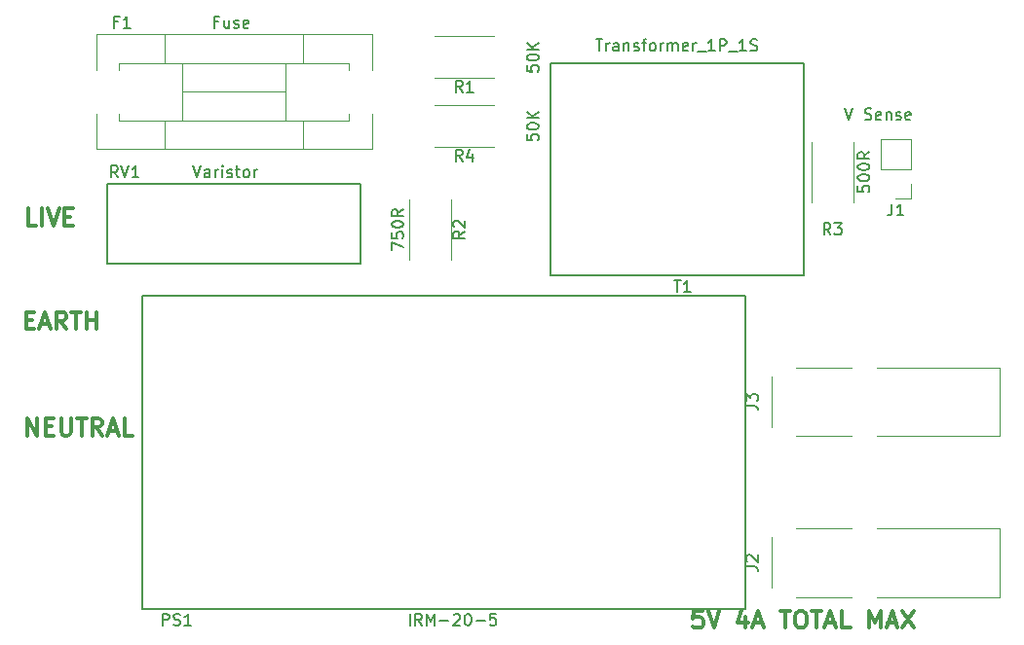
<source format=gbr>
G04 #@! TF.FileFunction,Legend,Top*
%FSLAX46Y46*%
G04 Gerber Fmt 4.6, Leading zero omitted, Abs format (unit mm)*
G04 Created by KiCad (PCBNEW 4.0.7) date 08/27/18 20:28:57*
%MOMM*%
%LPD*%
G01*
G04 APERTURE LIST*
%ADD10C,0.100000*%
%ADD11C,0.300000*%
%ADD12C,0.150000*%
%ADD13C,0.200000*%
%ADD14C,0.120000*%
G04 APERTURE END LIST*
D10*
D11*
X74928572Y-76892857D02*
X75428572Y-76892857D01*
X75642858Y-77678571D02*
X74928572Y-77678571D01*
X74928572Y-76178571D01*
X75642858Y-76178571D01*
X76214286Y-77250000D02*
X76928572Y-77250000D01*
X76071429Y-77678571D02*
X76571429Y-76178571D01*
X77071429Y-77678571D01*
X78428572Y-77678571D02*
X77928572Y-76964286D01*
X77571429Y-77678571D02*
X77571429Y-76178571D01*
X78142857Y-76178571D01*
X78285715Y-76250000D01*
X78357143Y-76321429D01*
X78428572Y-76464286D01*
X78428572Y-76678571D01*
X78357143Y-76821429D01*
X78285715Y-76892857D01*
X78142857Y-76964286D01*
X77571429Y-76964286D01*
X78857143Y-76178571D02*
X79714286Y-76178571D01*
X79285715Y-77678571D02*
X79285715Y-76178571D01*
X80214286Y-77678571D02*
X80214286Y-76178571D01*
X80214286Y-76892857D02*
X81071429Y-76892857D01*
X81071429Y-77678571D02*
X81071429Y-76178571D01*
X75035714Y-86928571D02*
X75035714Y-85428571D01*
X75892857Y-86928571D01*
X75892857Y-85428571D01*
X76607143Y-86142857D02*
X77107143Y-86142857D01*
X77321429Y-86928571D02*
X76607143Y-86928571D01*
X76607143Y-85428571D01*
X77321429Y-85428571D01*
X77964286Y-85428571D02*
X77964286Y-86642857D01*
X78035714Y-86785714D01*
X78107143Y-86857143D01*
X78250000Y-86928571D01*
X78535714Y-86928571D01*
X78678572Y-86857143D01*
X78750000Y-86785714D01*
X78821429Y-86642857D01*
X78821429Y-85428571D01*
X79321429Y-85428571D02*
X80178572Y-85428571D01*
X79750001Y-86928571D02*
X79750001Y-85428571D01*
X81535715Y-86928571D02*
X81035715Y-86214286D01*
X80678572Y-86928571D02*
X80678572Y-85428571D01*
X81250000Y-85428571D01*
X81392858Y-85500000D01*
X81464286Y-85571429D01*
X81535715Y-85714286D01*
X81535715Y-85928571D01*
X81464286Y-86071429D01*
X81392858Y-86142857D01*
X81250000Y-86214286D01*
X80678572Y-86214286D01*
X82107143Y-86500000D02*
X82821429Y-86500000D01*
X81964286Y-86928571D02*
X82464286Y-85428571D01*
X82964286Y-86928571D01*
X84178572Y-86928571D02*
X83464286Y-86928571D01*
X83464286Y-85428571D01*
X75785715Y-68678571D02*
X75071429Y-68678571D01*
X75071429Y-67178571D01*
X76285715Y-68678571D02*
X76285715Y-67178571D01*
X76785715Y-67178571D02*
X77285715Y-68678571D01*
X77785715Y-67178571D01*
X78285715Y-67892857D02*
X78785715Y-67892857D01*
X79000001Y-68678571D02*
X78285715Y-68678571D01*
X78285715Y-67178571D01*
X79000001Y-67178571D01*
X133678573Y-102178571D02*
X132964287Y-102178571D01*
X132892858Y-102892857D01*
X132964287Y-102821429D01*
X133107144Y-102750000D01*
X133464287Y-102750000D01*
X133607144Y-102821429D01*
X133678573Y-102892857D01*
X133750001Y-103035714D01*
X133750001Y-103392857D01*
X133678573Y-103535714D01*
X133607144Y-103607143D01*
X133464287Y-103678571D01*
X133107144Y-103678571D01*
X132964287Y-103607143D01*
X132892858Y-103535714D01*
X134178572Y-102178571D02*
X134678572Y-103678571D01*
X135178572Y-102178571D01*
X137464286Y-102678571D02*
X137464286Y-103678571D01*
X137107143Y-102107143D02*
X136750000Y-103178571D01*
X137678572Y-103178571D01*
X138178571Y-103250000D02*
X138892857Y-103250000D01*
X138035714Y-103678571D02*
X138535714Y-102178571D01*
X139035714Y-103678571D01*
X140464285Y-102178571D02*
X141321428Y-102178571D01*
X140892857Y-103678571D02*
X140892857Y-102178571D01*
X142107142Y-102178571D02*
X142392856Y-102178571D01*
X142535714Y-102250000D01*
X142678571Y-102392857D01*
X142749999Y-102678571D01*
X142749999Y-103178571D01*
X142678571Y-103464286D01*
X142535714Y-103607143D01*
X142392856Y-103678571D01*
X142107142Y-103678571D01*
X141964285Y-103607143D01*
X141821428Y-103464286D01*
X141749999Y-103178571D01*
X141749999Y-102678571D01*
X141821428Y-102392857D01*
X141964285Y-102250000D01*
X142107142Y-102178571D01*
X143178571Y-102178571D02*
X144035714Y-102178571D01*
X143607143Y-103678571D02*
X143607143Y-102178571D01*
X144464285Y-103250000D02*
X145178571Y-103250000D01*
X144321428Y-103678571D02*
X144821428Y-102178571D01*
X145321428Y-103678571D01*
X146535714Y-103678571D02*
X145821428Y-103678571D01*
X145821428Y-102178571D01*
X148178571Y-103678571D02*
X148178571Y-102178571D01*
X148678571Y-103250000D01*
X149178571Y-102178571D01*
X149178571Y-103678571D01*
X149821428Y-103250000D02*
X150535714Y-103250000D01*
X149678571Y-103678571D02*
X150178571Y-102178571D01*
X150678571Y-103678571D01*
X151035714Y-102178571D02*
X152035714Y-103678571D01*
X152035714Y-102178571D02*
X151035714Y-103678571D01*
D12*
X120500000Y-54500000D02*
X142500000Y-54500000D01*
X142500000Y-54500000D02*
X142500000Y-73000000D01*
X142500000Y-73000000D02*
X120500000Y-73000000D01*
X120500000Y-73000000D02*
X120500000Y-54500000D01*
D13*
X137400000Y-74800000D02*
X137400000Y-102000000D01*
X137400000Y-102000000D02*
X85000000Y-102000000D01*
X85000000Y-102000000D02*
X85000000Y-74800000D01*
X85000000Y-74800000D02*
X137400000Y-74800000D01*
D14*
X99000000Y-59500000D02*
X99000000Y-62000000D01*
X99000000Y-52000000D02*
X99000000Y-54500000D01*
X87000000Y-52000000D02*
X87000000Y-54500000D01*
X87000000Y-62000000D02*
X87000000Y-59500000D01*
X97500000Y-57000000D02*
X88500000Y-57000000D01*
X97500000Y-59500000D02*
X97500000Y-54500000D01*
X88500000Y-59500000D02*
X88500000Y-54500000D01*
X83000000Y-58900000D02*
X83000000Y-59500000D01*
X103000000Y-55100000D02*
X103000000Y-54500000D01*
X103000000Y-54500000D02*
X83000000Y-54500000D01*
X83000000Y-54500000D02*
X83000000Y-55100000D01*
X83000000Y-59500000D02*
X103000000Y-59500000D01*
X103000000Y-59500000D02*
X103000000Y-58900000D01*
X81000000Y-58900000D02*
X81000000Y-62000000D01*
X105000000Y-55100000D02*
X105000000Y-52000000D01*
X105000000Y-52000000D02*
X81000000Y-52000000D01*
X81000000Y-52000000D02*
X81000000Y-55100000D01*
X81000000Y-62000000D02*
X105000000Y-62000000D01*
X105000000Y-62000000D02*
X105000000Y-58900000D01*
X151830000Y-61130000D02*
X149170000Y-61130000D01*
X151830000Y-63730000D02*
X151830000Y-61130000D01*
X149170000Y-63730000D02*
X149170000Y-61130000D01*
X151830000Y-63730000D02*
X149170000Y-63730000D01*
X151830000Y-65000000D02*
X151830000Y-66330000D01*
X151830000Y-66330000D02*
X150500000Y-66330000D01*
X148820000Y-101000000D02*
X159500000Y-101000000D01*
X148820000Y-95000000D02*
X159500000Y-95000000D01*
X159500000Y-95000000D02*
X159500000Y-101000000D01*
X146640000Y-95000000D02*
X141820000Y-95000000D01*
X139730000Y-100200000D02*
X139730000Y-95800000D01*
X146640000Y-101000000D02*
X141820000Y-101000000D01*
X148820000Y-87000000D02*
X159500000Y-87000000D01*
X148820000Y-81000000D02*
X159500000Y-81000000D01*
X159500000Y-81000000D02*
X159500000Y-87000000D01*
X146640000Y-81000000D02*
X141820000Y-81000000D01*
X139730000Y-86200000D02*
X139730000Y-81800000D01*
X146640000Y-87000000D02*
X141820000Y-87000000D01*
D12*
X104000000Y-65000000D02*
X82000000Y-65000000D01*
X82000000Y-65000000D02*
X82000000Y-72000000D01*
X82000000Y-72000000D02*
X104000000Y-72000000D01*
X104000000Y-72000000D02*
X104000000Y-65000000D01*
D14*
X110400000Y-58180000D02*
X115600000Y-58180000D01*
X115600000Y-61820000D02*
X110400000Y-61820000D01*
X110400000Y-52180000D02*
X115600000Y-52180000D01*
X115600000Y-55820000D02*
X110400000Y-55820000D01*
X108180000Y-71600000D02*
X108180000Y-66400000D01*
X111820000Y-66400000D02*
X111820000Y-71600000D01*
X146820000Y-61400000D02*
X146820000Y-66600000D01*
X143180000Y-66600000D02*
X143180000Y-61400000D01*
D12*
X131238095Y-73452381D02*
X131809524Y-73452381D01*
X131523809Y-74452381D02*
X131523809Y-73452381D01*
X132666667Y-74452381D02*
X132095238Y-74452381D01*
X132380952Y-74452381D02*
X132380952Y-73452381D01*
X132285714Y-73595238D01*
X132190476Y-73690476D01*
X132095238Y-73738095D01*
X124452380Y-52452381D02*
X125023809Y-52452381D01*
X124738094Y-53452381D02*
X124738094Y-52452381D01*
X125357142Y-53452381D02*
X125357142Y-52785714D01*
X125357142Y-52976190D02*
X125404761Y-52880952D01*
X125452380Y-52833333D01*
X125547618Y-52785714D01*
X125642857Y-52785714D01*
X126404762Y-53452381D02*
X126404762Y-52928571D01*
X126357143Y-52833333D01*
X126261905Y-52785714D01*
X126071428Y-52785714D01*
X125976190Y-52833333D01*
X126404762Y-53404762D02*
X126309524Y-53452381D01*
X126071428Y-53452381D01*
X125976190Y-53404762D01*
X125928571Y-53309524D01*
X125928571Y-53214286D01*
X125976190Y-53119048D01*
X126071428Y-53071429D01*
X126309524Y-53071429D01*
X126404762Y-53023810D01*
X126880952Y-52785714D02*
X126880952Y-53452381D01*
X126880952Y-52880952D02*
X126928571Y-52833333D01*
X127023809Y-52785714D01*
X127166667Y-52785714D01*
X127261905Y-52833333D01*
X127309524Y-52928571D01*
X127309524Y-53452381D01*
X127738095Y-53404762D02*
X127833333Y-53452381D01*
X128023809Y-53452381D01*
X128119048Y-53404762D01*
X128166667Y-53309524D01*
X128166667Y-53261905D01*
X128119048Y-53166667D01*
X128023809Y-53119048D01*
X127880952Y-53119048D01*
X127785714Y-53071429D01*
X127738095Y-52976190D01*
X127738095Y-52928571D01*
X127785714Y-52833333D01*
X127880952Y-52785714D01*
X128023809Y-52785714D01*
X128119048Y-52833333D01*
X128452381Y-52785714D02*
X128833333Y-52785714D01*
X128595238Y-53452381D02*
X128595238Y-52595238D01*
X128642857Y-52500000D01*
X128738095Y-52452381D01*
X128833333Y-52452381D01*
X129309524Y-53452381D02*
X129214286Y-53404762D01*
X129166667Y-53357143D01*
X129119048Y-53261905D01*
X129119048Y-52976190D01*
X129166667Y-52880952D01*
X129214286Y-52833333D01*
X129309524Y-52785714D01*
X129452382Y-52785714D01*
X129547620Y-52833333D01*
X129595239Y-52880952D01*
X129642858Y-52976190D01*
X129642858Y-53261905D01*
X129595239Y-53357143D01*
X129547620Y-53404762D01*
X129452382Y-53452381D01*
X129309524Y-53452381D01*
X130071429Y-53452381D02*
X130071429Y-52785714D01*
X130071429Y-52976190D02*
X130119048Y-52880952D01*
X130166667Y-52833333D01*
X130261905Y-52785714D01*
X130357144Y-52785714D01*
X130690477Y-53452381D02*
X130690477Y-52785714D01*
X130690477Y-52880952D02*
X130738096Y-52833333D01*
X130833334Y-52785714D01*
X130976192Y-52785714D01*
X131071430Y-52833333D01*
X131119049Y-52928571D01*
X131119049Y-53452381D01*
X131119049Y-52928571D02*
X131166668Y-52833333D01*
X131261906Y-52785714D01*
X131404763Y-52785714D01*
X131500001Y-52833333D01*
X131547620Y-52928571D01*
X131547620Y-53452381D01*
X132404763Y-53404762D02*
X132309525Y-53452381D01*
X132119048Y-53452381D01*
X132023810Y-53404762D01*
X131976191Y-53309524D01*
X131976191Y-52928571D01*
X132023810Y-52833333D01*
X132119048Y-52785714D01*
X132309525Y-52785714D01*
X132404763Y-52833333D01*
X132452382Y-52928571D01*
X132452382Y-53023810D01*
X131976191Y-53119048D01*
X132880953Y-53452381D02*
X132880953Y-52785714D01*
X132880953Y-52976190D02*
X132928572Y-52880952D01*
X132976191Y-52833333D01*
X133071429Y-52785714D01*
X133166668Y-52785714D01*
X133261906Y-53547619D02*
X134023811Y-53547619D01*
X134785716Y-53452381D02*
X134214287Y-53452381D01*
X134500001Y-53452381D02*
X134500001Y-52452381D01*
X134404763Y-52595238D01*
X134309525Y-52690476D01*
X134214287Y-52738095D01*
X135214287Y-53452381D02*
X135214287Y-52452381D01*
X135595240Y-52452381D01*
X135690478Y-52500000D01*
X135738097Y-52547619D01*
X135785716Y-52642857D01*
X135785716Y-52785714D01*
X135738097Y-52880952D01*
X135690478Y-52928571D01*
X135595240Y-52976190D01*
X135214287Y-52976190D01*
X135976192Y-53547619D02*
X136738097Y-53547619D01*
X137500002Y-53452381D02*
X136928573Y-53452381D01*
X137214287Y-53452381D02*
X137214287Y-52452381D01*
X137119049Y-52595238D01*
X137023811Y-52690476D01*
X136928573Y-52738095D01*
X137880954Y-53404762D02*
X138023811Y-53452381D01*
X138261907Y-53452381D01*
X138357145Y-53404762D01*
X138404764Y-53357143D01*
X138452383Y-53261905D01*
X138452383Y-53166667D01*
X138404764Y-53071429D01*
X138357145Y-53023810D01*
X138261907Y-52976190D01*
X138071430Y-52928571D01*
X137976192Y-52880952D01*
X137928573Y-52833333D01*
X137880954Y-52738095D01*
X137880954Y-52642857D01*
X137928573Y-52547619D01*
X137976192Y-52500000D01*
X138071430Y-52452381D01*
X138309526Y-52452381D01*
X138452383Y-52500000D01*
X86785714Y-103452381D02*
X86785714Y-102452381D01*
X87166667Y-102452381D01*
X87261905Y-102500000D01*
X87309524Y-102547619D01*
X87357143Y-102642857D01*
X87357143Y-102785714D01*
X87309524Y-102880952D01*
X87261905Y-102928571D01*
X87166667Y-102976190D01*
X86785714Y-102976190D01*
X87738095Y-103404762D02*
X87880952Y-103452381D01*
X88119048Y-103452381D01*
X88214286Y-103404762D01*
X88261905Y-103357143D01*
X88309524Y-103261905D01*
X88309524Y-103166667D01*
X88261905Y-103071429D01*
X88214286Y-103023810D01*
X88119048Y-102976190D01*
X87928571Y-102928571D01*
X87833333Y-102880952D01*
X87785714Y-102833333D01*
X87738095Y-102738095D01*
X87738095Y-102642857D01*
X87785714Y-102547619D01*
X87833333Y-102500000D01*
X87928571Y-102452381D01*
X88166667Y-102452381D01*
X88309524Y-102500000D01*
X89261905Y-103452381D02*
X88690476Y-103452381D01*
X88976190Y-103452381D02*
X88976190Y-102452381D01*
X88880952Y-102595238D01*
X88785714Y-102690476D01*
X88690476Y-102738095D01*
X108261905Y-103452381D02*
X108261905Y-102452381D01*
X109309524Y-103452381D02*
X108976190Y-102976190D01*
X108738095Y-103452381D02*
X108738095Y-102452381D01*
X109119048Y-102452381D01*
X109214286Y-102500000D01*
X109261905Y-102547619D01*
X109309524Y-102642857D01*
X109309524Y-102785714D01*
X109261905Y-102880952D01*
X109214286Y-102928571D01*
X109119048Y-102976190D01*
X108738095Y-102976190D01*
X109738095Y-103452381D02*
X109738095Y-102452381D01*
X110071429Y-103166667D01*
X110404762Y-102452381D01*
X110404762Y-103452381D01*
X110880952Y-103071429D02*
X111642857Y-103071429D01*
X112071428Y-102547619D02*
X112119047Y-102500000D01*
X112214285Y-102452381D01*
X112452381Y-102452381D01*
X112547619Y-102500000D01*
X112595238Y-102547619D01*
X112642857Y-102642857D01*
X112642857Y-102738095D01*
X112595238Y-102880952D01*
X112023809Y-103452381D01*
X112642857Y-103452381D01*
X113261904Y-102452381D02*
X113357143Y-102452381D01*
X113452381Y-102500000D01*
X113500000Y-102547619D01*
X113547619Y-102642857D01*
X113595238Y-102833333D01*
X113595238Y-103071429D01*
X113547619Y-103261905D01*
X113500000Y-103357143D01*
X113452381Y-103404762D01*
X113357143Y-103452381D01*
X113261904Y-103452381D01*
X113166666Y-103404762D01*
X113119047Y-103357143D01*
X113071428Y-103261905D01*
X113023809Y-103071429D01*
X113023809Y-102833333D01*
X113071428Y-102642857D01*
X113119047Y-102547619D01*
X113166666Y-102500000D01*
X113261904Y-102452381D01*
X114023809Y-103071429D02*
X114785714Y-103071429D01*
X115738095Y-102452381D02*
X115261904Y-102452381D01*
X115214285Y-102928571D01*
X115261904Y-102880952D01*
X115357142Y-102833333D01*
X115595238Y-102833333D01*
X115690476Y-102880952D01*
X115738095Y-102928571D01*
X115785714Y-103023810D01*
X115785714Y-103261905D01*
X115738095Y-103357143D01*
X115690476Y-103404762D01*
X115595238Y-103452381D01*
X115357142Y-103452381D01*
X115261904Y-103404762D01*
X115214285Y-103357143D01*
X82916667Y-50928571D02*
X82583333Y-50928571D01*
X82583333Y-51452381D02*
X82583333Y-50452381D01*
X83059524Y-50452381D01*
X83964286Y-51452381D02*
X83392857Y-51452381D01*
X83678571Y-51452381D02*
X83678571Y-50452381D01*
X83583333Y-50595238D01*
X83488095Y-50690476D01*
X83392857Y-50738095D01*
X91607143Y-50928571D02*
X91273809Y-50928571D01*
X91273809Y-51452381D02*
X91273809Y-50452381D01*
X91750000Y-50452381D01*
X92559524Y-50785714D02*
X92559524Y-51452381D01*
X92130952Y-50785714D02*
X92130952Y-51309524D01*
X92178571Y-51404762D01*
X92273809Y-51452381D01*
X92416667Y-51452381D01*
X92511905Y-51404762D01*
X92559524Y-51357143D01*
X92988095Y-51404762D02*
X93083333Y-51452381D01*
X93273809Y-51452381D01*
X93369048Y-51404762D01*
X93416667Y-51309524D01*
X93416667Y-51261905D01*
X93369048Y-51166667D01*
X93273809Y-51119048D01*
X93130952Y-51119048D01*
X93035714Y-51071429D01*
X92988095Y-50976190D01*
X92988095Y-50928571D01*
X93035714Y-50833333D01*
X93130952Y-50785714D01*
X93273809Y-50785714D01*
X93369048Y-50833333D01*
X94226191Y-51404762D02*
X94130953Y-51452381D01*
X93940476Y-51452381D01*
X93845238Y-51404762D01*
X93797619Y-51309524D01*
X93797619Y-50928571D01*
X93845238Y-50833333D01*
X93940476Y-50785714D01*
X94130953Y-50785714D01*
X94226191Y-50833333D01*
X94273810Y-50928571D01*
X94273810Y-51023810D01*
X93797619Y-51119048D01*
X150166667Y-66782381D02*
X150166667Y-67496667D01*
X150119047Y-67639524D01*
X150023809Y-67734762D01*
X149880952Y-67782381D01*
X149785714Y-67782381D01*
X151166667Y-67782381D02*
X150595238Y-67782381D01*
X150880952Y-67782381D02*
X150880952Y-66782381D01*
X150785714Y-66925238D01*
X150690476Y-67020476D01*
X150595238Y-67068095D01*
X146095238Y-58452381D02*
X146428571Y-59452381D01*
X146761905Y-58452381D01*
X147809524Y-59404762D02*
X147952381Y-59452381D01*
X148190477Y-59452381D01*
X148285715Y-59404762D01*
X148333334Y-59357143D01*
X148380953Y-59261905D01*
X148380953Y-59166667D01*
X148333334Y-59071429D01*
X148285715Y-59023810D01*
X148190477Y-58976190D01*
X148000000Y-58928571D01*
X147904762Y-58880952D01*
X147857143Y-58833333D01*
X147809524Y-58738095D01*
X147809524Y-58642857D01*
X147857143Y-58547619D01*
X147904762Y-58500000D01*
X148000000Y-58452381D01*
X148238096Y-58452381D01*
X148380953Y-58500000D01*
X149190477Y-59404762D02*
X149095239Y-59452381D01*
X148904762Y-59452381D01*
X148809524Y-59404762D01*
X148761905Y-59309524D01*
X148761905Y-58928571D01*
X148809524Y-58833333D01*
X148904762Y-58785714D01*
X149095239Y-58785714D01*
X149190477Y-58833333D01*
X149238096Y-58928571D01*
X149238096Y-59023810D01*
X148761905Y-59119048D01*
X149666667Y-58785714D02*
X149666667Y-59452381D01*
X149666667Y-58880952D02*
X149714286Y-58833333D01*
X149809524Y-58785714D01*
X149952382Y-58785714D01*
X150047620Y-58833333D01*
X150095239Y-58928571D01*
X150095239Y-59452381D01*
X150523810Y-59404762D02*
X150619048Y-59452381D01*
X150809524Y-59452381D01*
X150904763Y-59404762D01*
X150952382Y-59309524D01*
X150952382Y-59261905D01*
X150904763Y-59166667D01*
X150809524Y-59119048D01*
X150666667Y-59119048D01*
X150571429Y-59071429D01*
X150523810Y-58976190D01*
X150523810Y-58928571D01*
X150571429Y-58833333D01*
X150666667Y-58785714D01*
X150809524Y-58785714D01*
X150904763Y-58833333D01*
X151761906Y-59404762D02*
X151666668Y-59452381D01*
X151476191Y-59452381D01*
X151380953Y-59404762D01*
X151333334Y-59309524D01*
X151333334Y-58928571D01*
X151380953Y-58833333D01*
X151476191Y-58785714D01*
X151666668Y-58785714D01*
X151761906Y-58833333D01*
X151809525Y-58928571D01*
X151809525Y-59023810D01*
X151333334Y-59119048D01*
X137502381Y-98333333D02*
X138216667Y-98333333D01*
X138359524Y-98380953D01*
X138454762Y-98476191D01*
X138502381Y-98619048D01*
X138502381Y-98714286D01*
X137597619Y-97904762D02*
X137550000Y-97857143D01*
X137502381Y-97761905D01*
X137502381Y-97523809D01*
X137550000Y-97428571D01*
X137597619Y-97380952D01*
X137692857Y-97333333D01*
X137788095Y-97333333D01*
X137930952Y-97380952D01*
X138502381Y-97952381D01*
X138502381Y-97333333D01*
X137502381Y-84333333D02*
X138216667Y-84333333D01*
X138359524Y-84380953D01*
X138454762Y-84476191D01*
X138502381Y-84619048D01*
X138502381Y-84714286D01*
X137502381Y-83952381D02*
X137502381Y-83333333D01*
X137883333Y-83666667D01*
X137883333Y-83523809D01*
X137930952Y-83428571D01*
X137978571Y-83380952D01*
X138073810Y-83333333D01*
X138311905Y-83333333D01*
X138407143Y-83380952D01*
X138454762Y-83428571D01*
X138502381Y-83523809D01*
X138502381Y-83809524D01*
X138454762Y-83904762D01*
X138407143Y-83952381D01*
X82904762Y-64452381D02*
X82571428Y-63976190D01*
X82333333Y-64452381D02*
X82333333Y-63452381D01*
X82714286Y-63452381D01*
X82809524Y-63500000D01*
X82857143Y-63547619D01*
X82904762Y-63642857D01*
X82904762Y-63785714D01*
X82857143Y-63880952D01*
X82809524Y-63928571D01*
X82714286Y-63976190D01*
X82333333Y-63976190D01*
X83190476Y-63452381D02*
X83523809Y-64452381D01*
X83857143Y-63452381D01*
X84714286Y-64452381D02*
X84142857Y-64452381D01*
X84428571Y-64452381D02*
X84428571Y-63452381D01*
X84333333Y-63595238D01*
X84238095Y-63690476D01*
X84142857Y-63738095D01*
X89464285Y-63452381D02*
X89797618Y-64452381D01*
X90130952Y-63452381D01*
X90892857Y-64452381D02*
X90892857Y-63928571D01*
X90845238Y-63833333D01*
X90750000Y-63785714D01*
X90559523Y-63785714D01*
X90464285Y-63833333D01*
X90892857Y-64404762D02*
X90797619Y-64452381D01*
X90559523Y-64452381D01*
X90464285Y-64404762D01*
X90416666Y-64309524D01*
X90416666Y-64214286D01*
X90464285Y-64119048D01*
X90559523Y-64071429D01*
X90797619Y-64071429D01*
X90892857Y-64023810D01*
X91369047Y-64452381D02*
X91369047Y-63785714D01*
X91369047Y-63976190D02*
X91416666Y-63880952D01*
X91464285Y-63833333D01*
X91559523Y-63785714D01*
X91654762Y-63785714D01*
X91988095Y-64452381D02*
X91988095Y-63785714D01*
X91988095Y-63452381D02*
X91940476Y-63500000D01*
X91988095Y-63547619D01*
X92035714Y-63500000D01*
X91988095Y-63452381D01*
X91988095Y-63547619D01*
X92416666Y-64404762D02*
X92511904Y-64452381D01*
X92702380Y-64452381D01*
X92797619Y-64404762D01*
X92845238Y-64309524D01*
X92845238Y-64261905D01*
X92797619Y-64166667D01*
X92702380Y-64119048D01*
X92559523Y-64119048D01*
X92464285Y-64071429D01*
X92416666Y-63976190D01*
X92416666Y-63928571D01*
X92464285Y-63833333D01*
X92559523Y-63785714D01*
X92702380Y-63785714D01*
X92797619Y-63833333D01*
X93130952Y-63785714D02*
X93511904Y-63785714D01*
X93273809Y-63452381D02*
X93273809Y-64309524D01*
X93321428Y-64404762D01*
X93416666Y-64452381D01*
X93511904Y-64452381D01*
X93988095Y-64452381D02*
X93892857Y-64404762D01*
X93845238Y-64357143D01*
X93797619Y-64261905D01*
X93797619Y-63976190D01*
X93845238Y-63880952D01*
X93892857Y-63833333D01*
X93988095Y-63785714D01*
X94130953Y-63785714D01*
X94226191Y-63833333D01*
X94273810Y-63880952D01*
X94321429Y-63976190D01*
X94321429Y-64261905D01*
X94273810Y-64357143D01*
X94226191Y-64404762D01*
X94130953Y-64452381D01*
X93988095Y-64452381D01*
X94750000Y-64452381D02*
X94750000Y-63785714D01*
X94750000Y-63976190D02*
X94797619Y-63880952D01*
X94845238Y-63833333D01*
X94940476Y-63785714D01*
X95035715Y-63785714D01*
X112833334Y-63052381D02*
X112500000Y-62576190D01*
X112261905Y-63052381D02*
X112261905Y-62052381D01*
X112642858Y-62052381D01*
X112738096Y-62100000D01*
X112785715Y-62147619D01*
X112833334Y-62242857D01*
X112833334Y-62385714D01*
X112785715Y-62480952D01*
X112738096Y-62528571D01*
X112642858Y-62576190D01*
X112261905Y-62576190D01*
X113690477Y-62385714D02*
X113690477Y-63052381D01*
X113452381Y-62004762D02*
X113214286Y-62719048D01*
X113833334Y-62719048D01*
X118452381Y-60738095D02*
X118452381Y-61214286D01*
X118928571Y-61261905D01*
X118880952Y-61214286D01*
X118833333Y-61119048D01*
X118833333Y-60880952D01*
X118880952Y-60785714D01*
X118928571Y-60738095D01*
X119023810Y-60690476D01*
X119261905Y-60690476D01*
X119357143Y-60738095D01*
X119404762Y-60785714D01*
X119452381Y-60880952D01*
X119452381Y-61119048D01*
X119404762Y-61214286D01*
X119357143Y-61261905D01*
X118452381Y-60071429D02*
X118452381Y-59976190D01*
X118500000Y-59880952D01*
X118547619Y-59833333D01*
X118642857Y-59785714D01*
X118833333Y-59738095D01*
X119071429Y-59738095D01*
X119261905Y-59785714D01*
X119357143Y-59833333D01*
X119404762Y-59880952D01*
X119452381Y-59976190D01*
X119452381Y-60071429D01*
X119404762Y-60166667D01*
X119357143Y-60214286D01*
X119261905Y-60261905D01*
X119071429Y-60309524D01*
X118833333Y-60309524D01*
X118642857Y-60261905D01*
X118547619Y-60214286D01*
X118500000Y-60166667D01*
X118452381Y-60071429D01*
X119452381Y-59309524D02*
X118452381Y-59309524D01*
X119452381Y-58738095D02*
X118880952Y-59166667D01*
X118452381Y-58738095D02*
X119023810Y-59309524D01*
X112833334Y-57052381D02*
X112500000Y-56576190D01*
X112261905Y-57052381D02*
X112261905Y-56052381D01*
X112642858Y-56052381D01*
X112738096Y-56100000D01*
X112785715Y-56147619D01*
X112833334Y-56242857D01*
X112833334Y-56385714D01*
X112785715Y-56480952D01*
X112738096Y-56528571D01*
X112642858Y-56576190D01*
X112261905Y-56576190D01*
X113785715Y-57052381D02*
X113214286Y-57052381D01*
X113500000Y-57052381D02*
X113500000Y-56052381D01*
X113404762Y-56195238D01*
X113309524Y-56290476D01*
X113214286Y-56338095D01*
X118452381Y-54738095D02*
X118452381Y-55214286D01*
X118928571Y-55261905D01*
X118880952Y-55214286D01*
X118833333Y-55119048D01*
X118833333Y-54880952D01*
X118880952Y-54785714D01*
X118928571Y-54738095D01*
X119023810Y-54690476D01*
X119261905Y-54690476D01*
X119357143Y-54738095D01*
X119404762Y-54785714D01*
X119452381Y-54880952D01*
X119452381Y-55119048D01*
X119404762Y-55214286D01*
X119357143Y-55261905D01*
X118452381Y-54071429D02*
X118452381Y-53976190D01*
X118500000Y-53880952D01*
X118547619Y-53833333D01*
X118642857Y-53785714D01*
X118833333Y-53738095D01*
X119071429Y-53738095D01*
X119261905Y-53785714D01*
X119357143Y-53833333D01*
X119404762Y-53880952D01*
X119452381Y-53976190D01*
X119452381Y-54071429D01*
X119404762Y-54166667D01*
X119357143Y-54214286D01*
X119261905Y-54261905D01*
X119071429Y-54309524D01*
X118833333Y-54309524D01*
X118642857Y-54261905D01*
X118547619Y-54214286D01*
X118500000Y-54166667D01*
X118452381Y-54071429D01*
X119452381Y-53309524D02*
X118452381Y-53309524D01*
X119452381Y-52738095D02*
X118880952Y-53166667D01*
X118452381Y-52738095D02*
X119023810Y-53309524D01*
X113052381Y-69166666D02*
X112576190Y-69500000D01*
X113052381Y-69738095D02*
X112052381Y-69738095D01*
X112052381Y-69357142D01*
X112100000Y-69261904D01*
X112147619Y-69214285D01*
X112242857Y-69166666D01*
X112385714Y-69166666D01*
X112480952Y-69214285D01*
X112528571Y-69261904D01*
X112576190Y-69357142D01*
X112576190Y-69738095D01*
X112147619Y-68785714D02*
X112100000Y-68738095D01*
X112052381Y-68642857D01*
X112052381Y-68404761D01*
X112100000Y-68309523D01*
X112147619Y-68261904D01*
X112242857Y-68214285D01*
X112338095Y-68214285D01*
X112480952Y-68261904D01*
X113052381Y-68833333D01*
X113052381Y-68214285D01*
X106702381Y-70785714D02*
X106702381Y-70119047D01*
X107702381Y-70547619D01*
X106702381Y-69261904D02*
X106702381Y-69738095D01*
X107178571Y-69785714D01*
X107130952Y-69738095D01*
X107083333Y-69642857D01*
X107083333Y-69404761D01*
X107130952Y-69309523D01*
X107178571Y-69261904D01*
X107273810Y-69214285D01*
X107511905Y-69214285D01*
X107607143Y-69261904D01*
X107654762Y-69309523D01*
X107702381Y-69404761D01*
X107702381Y-69642857D01*
X107654762Y-69738095D01*
X107607143Y-69785714D01*
X106702381Y-68595238D02*
X106702381Y-68499999D01*
X106750000Y-68404761D01*
X106797619Y-68357142D01*
X106892857Y-68309523D01*
X107083333Y-68261904D01*
X107321429Y-68261904D01*
X107511905Y-68309523D01*
X107607143Y-68357142D01*
X107654762Y-68404761D01*
X107702381Y-68499999D01*
X107702381Y-68595238D01*
X107654762Y-68690476D01*
X107607143Y-68738095D01*
X107511905Y-68785714D01*
X107321429Y-68833333D01*
X107083333Y-68833333D01*
X106892857Y-68785714D01*
X106797619Y-68738095D01*
X106750000Y-68690476D01*
X106702381Y-68595238D01*
X107702381Y-67261904D02*
X107226190Y-67595238D01*
X107702381Y-67833333D02*
X106702381Y-67833333D01*
X106702381Y-67452380D01*
X106750000Y-67357142D01*
X106797619Y-67309523D01*
X106892857Y-67261904D01*
X107035714Y-67261904D01*
X107130952Y-67309523D01*
X107178571Y-67357142D01*
X107226190Y-67452380D01*
X107226190Y-67833333D01*
X144833334Y-69452381D02*
X144500000Y-68976190D01*
X144261905Y-69452381D02*
X144261905Y-68452381D01*
X144642858Y-68452381D01*
X144738096Y-68500000D01*
X144785715Y-68547619D01*
X144833334Y-68642857D01*
X144833334Y-68785714D01*
X144785715Y-68880952D01*
X144738096Y-68928571D01*
X144642858Y-68976190D01*
X144261905Y-68976190D01*
X145166667Y-68452381D02*
X145785715Y-68452381D01*
X145452381Y-68833333D01*
X145595239Y-68833333D01*
X145690477Y-68880952D01*
X145738096Y-68928571D01*
X145785715Y-69023810D01*
X145785715Y-69261905D01*
X145738096Y-69357143D01*
X145690477Y-69404762D01*
X145595239Y-69452381D01*
X145309524Y-69452381D01*
X145214286Y-69404762D01*
X145166667Y-69357143D01*
X147202381Y-65214285D02*
X147202381Y-65690476D01*
X147678571Y-65738095D01*
X147630952Y-65690476D01*
X147583333Y-65595238D01*
X147583333Y-65357142D01*
X147630952Y-65261904D01*
X147678571Y-65214285D01*
X147773810Y-65166666D01*
X148011905Y-65166666D01*
X148107143Y-65214285D01*
X148154762Y-65261904D01*
X148202381Y-65357142D01*
X148202381Y-65595238D01*
X148154762Y-65690476D01*
X148107143Y-65738095D01*
X147202381Y-64547619D02*
X147202381Y-64452380D01*
X147250000Y-64357142D01*
X147297619Y-64309523D01*
X147392857Y-64261904D01*
X147583333Y-64214285D01*
X147821429Y-64214285D01*
X148011905Y-64261904D01*
X148107143Y-64309523D01*
X148154762Y-64357142D01*
X148202381Y-64452380D01*
X148202381Y-64547619D01*
X148154762Y-64642857D01*
X148107143Y-64690476D01*
X148011905Y-64738095D01*
X147821429Y-64785714D01*
X147583333Y-64785714D01*
X147392857Y-64738095D01*
X147297619Y-64690476D01*
X147250000Y-64642857D01*
X147202381Y-64547619D01*
X147202381Y-63595238D02*
X147202381Y-63499999D01*
X147250000Y-63404761D01*
X147297619Y-63357142D01*
X147392857Y-63309523D01*
X147583333Y-63261904D01*
X147821429Y-63261904D01*
X148011905Y-63309523D01*
X148107143Y-63357142D01*
X148154762Y-63404761D01*
X148202381Y-63499999D01*
X148202381Y-63595238D01*
X148154762Y-63690476D01*
X148107143Y-63738095D01*
X148011905Y-63785714D01*
X147821429Y-63833333D01*
X147583333Y-63833333D01*
X147392857Y-63785714D01*
X147297619Y-63738095D01*
X147250000Y-63690476D01*
X147202381Y-63595238D01*
X148202381Y-62261904D02*
X147726190Y-62595238D01*
X148202381Y-62833333D02*
X147202381Y-62833333D01*
X147202381Y-62452380D01*
X147250000Y-62357142D01*
X147297619Y-62309523D01*
X147392857Y-62261904D01*
X147535714Y-62261904D01*
X147630952Y-62309523D01*
X147678571Y-62357142D01*
X147726190Y-62452380D01*
X147726190Y-62833333D01*
M02*

</source>
